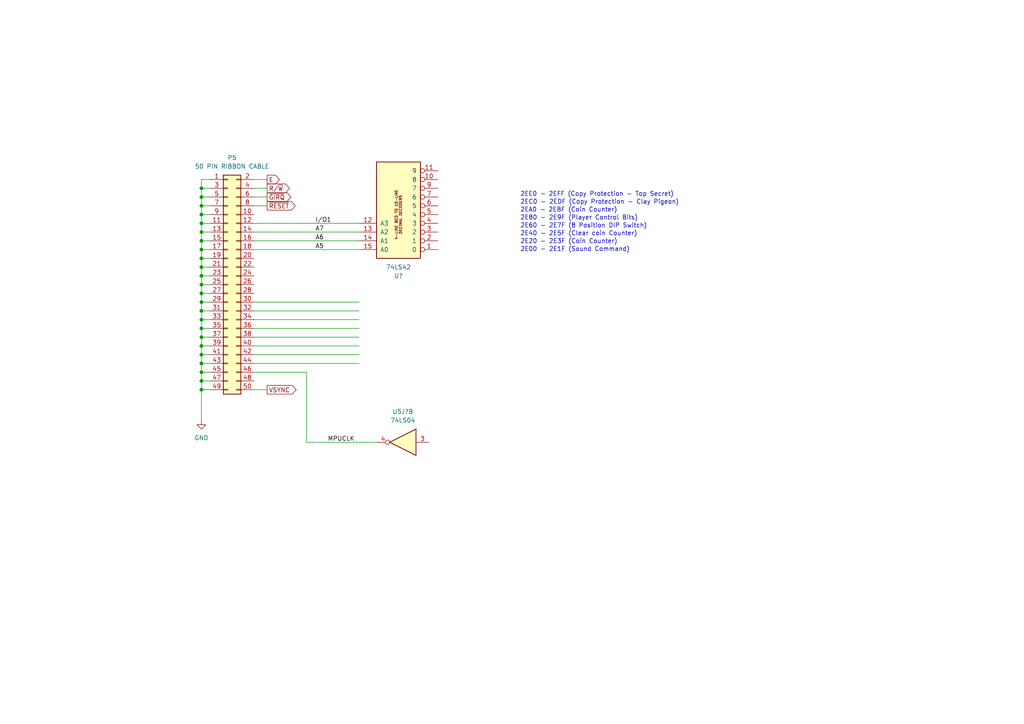
<source format=kicad_sch>
(kicad_sch (version 20231120) (generator "eeschema") (generator_version "8.0")
  (paper "A4")
  (title_block (title "Exidy 440") (company "Exidy") (comment 1 "Anton Gale"))
  (lib_symbols
    (symbol "Connector_Generic:Conn_02x25_Odd_Even" (pin_names (offset 1.016) hide)
      (property "Reference" "J" (at 1.27 33.02 0))
      (property "Value" "Conn_02x25_Odd_Even" (at 1.27 -33.02 0))
      (symbol "Conn_02x25_Odd_Even_1_1"
        (rectangle (start -1.27 -30.353) (end 0 -30.607) (stroke (width 0.1524)))
        (rectangle (start -1.27 -27.813) (end 0 -28.067) (stroke (width 0.1524)))
        (rectangle (start -1.27 -25.273) (end 0 -25.527) (stroke (width 0.1524)))
        (rectangle (start -1.27 -22.733) (end 0 -22.987) (stroke (width 0.1524)))
        (rectangle (start -1.27 -20.193) (end 0 -20.447) (stroke (width 0.1524)))
        (rectangle (start -1.27 -17.653) (end 0 -17.907) (stroke (width 0.1524)))
        (rectangle (start -1.27 -15.113) (end 0 -15.367) (stroke (width 0.1524)))
        (rectangle (start -1.27 -12.573) (end 0 -12.827) (stroke (width 0.1524)))
        (rectangle (start -1.27 -10.033) (end 0 -10.287) (stroke (width 0.1524)))
        (rectangle (start -1.27 -7.493) (end 0 -7.747) (stroke (width 0.1524)))
        (rectangle (start -1.27 -4.953) (end 0 -5.207) (stroke (width 0.1524)))
        (rectangle (start -1.27 -2.413) (end 0 -2.667) (stroke (width 0.1524)))
        (rectangle (start -1.27 0.127) (end 0 -0.127) (stroke (width 0.1524)))
        (rectangle (start -1.27 2.667) (end 0 2.413) (stroke (width 0.1524)))
        (rectangle (start -1.27 5.207) (end 0 4.953) (stroke (width 0.1524)))
        (rectangle (start -1.27 7.747) (end 0 7.493) (stroke (width 0.1524)))
        (rectangle (start -1.27 10.287) (end 0 10.033) (stroke (width 0.1524)))
        (rectangle (start -1.27 12.827) (end 0 12.573) (stroke (width 0.1524)))
        (rectangle (start -1.27 15.367) (end 0 15.113) (stroke (width 0.1524)))
        (rectangle (start -1.27 17.907) (end 0 17.653) (stroke (width 0.1524)))
        (rectangle (start -1.27 20.447) (end 0 20.193) (stroke (width 0.1524)))
        (rectangle (start -1.27 22.987) (end 0 22.733) (stroke (width 0.1524)))
        (rectangle (start -1.27 25.527) (end 0 25.273) (stroke (width 0.1524)))
        (rectangle (start -1.27 28.067) (end 0 27.813) (stroke (width 0.1524)))
        (rectangle (start -1.27 30.607) (end 0 30.353) (stroke (width 0.1524)))
        (rectangle (start -1.27 31.75) (end 3.81 -31.75) (stroke (width 0.254)) (fill (type background)))
        (rectangle (start 3.81 -30.353) (end 2.54 -30.607) (stroke (width 0.1524)))
        (rectangle (start 3.81 -27.813) (end 2.54 -28.067) (stroke (width 0.1524)))
        (rectangle (start 3.81 -25.273) (end 2.54 -25.527) (stroke (width 0.1524)))
        (rectangle (start 3.81 -22.733) (end 2.54 -22.987) (stroke (width 0.1524)))
        (rectangle (start 3.81 -20.193) (end 2.54 -20.447) (stroke (width 0.1524)))
        (rectangle (start 3.81 -17.653) (end 2.54 -17.907) (stroke (width 0.1524)))
        (rectangle (start 3.81 -15.113) (end 2.54 -15.367) (stroke (width 0.1524)))
        (rectangle (start 3.81 -12.573) (end 2.54 -12.827) (stroke (width 0.1524)))
        (rectangle (start 3.81 -10.033) (end 2.54 -10.287) (stroke (width 0.1524)))
        (rectangle (start 3.81 -7.493) (end 2.54 -7.747) (stroke (width 0.1524)))
        (rectangle (start 3.81 -4.953) (end 2.54 -5.207) (stroke (width 0.1524)))
        (rectangle (start 3.81 -2.413) (end 2.54 -2.667) (stroke (width 0.1524)))
        (rectangle (start 3.81 0.127) (end 2.54 -0.127) (stroke (width 0.1524)))
        (rectangle (start 3.81 2.667) (end 2.54 2.413) (stroke (width 0.1524)))
        (rectangle (start 3.81 5.207) (end 2.54 4.953) (stroke (width 0.1524)))
        (rectangle (start 3.81 7.747) (end 2.54 7.493) (stroke (width 0.1524)))
        (rectangle (start 3.81 10.287) (end 2.54 10.033) (stroke (width 0.1524)))
        (rectangle (start 3.81 12.827) (end 2.54 12.573) (stroke (width 0.1524)))
        (rectangle (start 3.81 15.367) (end 2.54 15.113) (stroke (width 0.1524)))
        (rectangle (start 3.81 17.907) (end 2.54 17.653) (stroke (width 0.1524)))
        (rectangle (start 3.81 20.447) (end 2.54 20.193) (stroke (width 0.1524)))
        (rectangle (start 3.81 22.987) (end 2.54 22.733) (stroke (width 0.1524)))
        (rectangle (start 3.81 25.527) (end 2.54 25.273) (stroke (width 0.1524)))
        (rectangle (start 3.81 28.067) (end 2.54 27.813) (stroke (width 0.1524)))
        (rectangle (start 3.81 30.607) (end 2.54 30.353) (stroke (width 0.1524)))
        (pin passive line (at -5.08 30.48 0) (length 3.81) (name "Pin_1") (number "1"))
        (pin passive line (at 7.62 20.32 180) (length 3.81) (name "Pin_10") (number "10"))
        (pin passive line (at -5.08 17.78 0) (length 3.81) (name "Pin_11") (number "11"))
        (pin passive line (at 7.62 17.78 180) (length 3.81) (name "Pin_12") (number "12"))
        (pin passive line (at -5.08 15.24 0) (length 3.81) (name "Pin_13") (number "13"))
        (pin passive line (at 7.62 15.24 180) (length 3.81) (name "Pin_14") (number "14"))
        (pin passive line (at -5.08 12.7 0) (length 3.81) (name "Pin_15") (number "15"))
        (pin passive line (at 7.62 12.7 180) (length 3.81) (name "Pin_16") (number "16"))
        (pin passive line (at -5.08 10.16 0) (length 3.81) (name "Pin_17") (number "17"))
        (pin passive line (at 7.62 10.16 180) (length 3.81) (name "Pin_18") (number "18"))
        (pin passive line (at -5.08 7.62 0) (length 3.81) (name "Pin_19") (number "19"))
        (pin passive line (at 7.62 30.48 180) (length 3.81) (name "Pin_2") (number "2"))
        (pin passive line (at 7.62 7.62 180) (length 3.81) (name "Pin_20") (number "20"))
        (pin passive line (at -5.08 5.08 0) (length 3.81) (name "Pin_21") (number "21"))
        (pin passive line (at 7.62 5.08 180) (length 3.81) (name "Pin_22") (number "22"))
        (pin passive line (at -5.08 2.54 0) (length 3.81) (name "Pin_23") (number "23"))
        (pin passive line (at 7.62 2.54 180) (length 3.81) (name "Pin_24") (number "24"))
        (pin passive line (at -5.08 0 0) (length 3.81) (name "Pin_25") (number "25"))
        (pin passive line (at 7.62 0 180) (length 3.81) (name "Pin_26") (number "26"))
        (pin passive line (at -5.08 -2.54 0) (length 3.81) (name "Pin_27") (number "27"))
        (pin passive line (at 7.62 -2.54 180) (length 3.81) (name "Pin_28") (number "28"))
        (pin passive line (at -5.08 -5.08 0) (length 3.81) (name "Pin_29") (number "29"))
        (pin passive line (at -5.08 27.94 0) (length 3.81) (name "Pin_3") (number "3"))
        (pin passive line (at 7.62 -5.08 180) (length 3.81) (name "Pin_30") (number "30"))
        (pin passive line (at -5.08 -7.62 0) (length 3.81) (name "Pin_31") (number "31"))
        (pin passive line (at 7.62 -7.62 180) (length 3.81) (name "Pin_32") (number "32"))
        (pin passive line (at -5.08 -10.16 0) (length 3.81) (name "Pin_33") (number "33"))
        (pin passive line (at 7.62 -10.16 180) (length 3.81) (name "Pin_34") (number "34"))
        (pin passive line (at -5.08 -12.7 0) (length 3.81) (name "Pin_35") (number "35"))
        (pin passive line (at 7.62 -12.7 180) (length 3.81) (name "Pin_36") (number "36"))
        (pin passive line (at -5.08 -15.24 0) (length 3.81) (name "Pin_37") (number "37"))
        (pin passive line (at 7.62 -15.24 180) (length 3.81) (name "Pin_38") (number "38"))
        (pin passive line (at -5.08 -17.78 0) (length 3.81) (name "Pin_39") (number "39"))
        (pin passive line (at 7.62 27.94 180) (length 3.81) (name "Pin_4") (number "4"))
        (pin passive line (at 7.62 -17.78 180) (length 3.81) (name "Pin_40") (number "40"))
        (pin passive line (at -5.08 -20.32 0) (length 3.81) (name "Pin_41") (number "41"))
        (pin passive line (at 7.62 -20.32 180) (length 3.81) (name "Pin_42") (number "42"))
        (pin passive line (at -5.08 -22.86 0) (length 3.81) (name "Pin_43") (number "43"))
        (pin passive line (at 7.62 -22.86 180) (length 3.81) (name "Pin_44") (number "44"))
        (pin passive line (at -5.08 -25.4 0) (length 3.81) (name "Pin_45") (number "45"))
        (pin passive line (at 7.62 -25.4 180) (length 3.81) (name "Pin_46") (number "46"))
        (pin passive line (at -5.08 -27.94 0) (length 3.81) (name "Pin_47") (number "47"))
        (pin passive line (at 7.62 -27.94 180) (length 3.81) (name "Pin_48") (number "48"))
        (pin passive line (at -5.08 -30.48 0) (length 3.81) (name "Pin_49") (number "49"))
        (pin passive line (at -5.08 25.4 0) (length 3.81) (name "Pin_5") (number "5"))
        (pin passive line (at 7.62 -30.48 180) (length 3.81) (name "Pin_50") (number "50"))
        (pin passive line (at 7.62 25.4 180) (length 3.81) (name "Pin_6") (number "6"))
        (pin passive line (at -5.08 22.86 0) (length 3.81) (name "Pin_7") (number "7"))
        (pin passive line (at 7.62 22.86 180) (length 3.81) (name "Pin_8") (number "8"))
        (pin passive line (at -5.08 20.32 0) (length 3.81) (name "Pin_9") (number "9"))
      )
    )
    (symbol "jt74:74LS04" (pin_names (offset 1.016))
      (property "Reference" "U" (at -0.635 0 0))
      (property "Value" "74LS04" (at 0 -5.08 0))
      (symbol "74LS04_1_0"
        (polyline (pts (xy -3.81 3.81) (xy -3.81 -3.81) (xy 3.81 0) (xy -3.81 3.81)) (stroke (width 0.254)) (fill (type background)))
        (pin input line (at -7.62 0 0) (length 3.81) (name "~") (number "1"))
        (pin output inverted (at 7.62 0 180) (length 3.81) (name "~") (number "2"))
      )
      (symbol "74LS04_2_0"
        (polyline (pts (xy -3.81 3.81) (xy -3.81 -3.81) (xy 3.81 0) (xy -3.81 3.81)) (stroke (width 0.254)) (fill (type background)))
        (pin input line (at -7.62 0 0) (length 3.81) (name "~") (number "3"))
        (pin output inverted (at 7.62 0 180) (length 3.81) (name "~") (number "4"))
      )
      (symbol "74LS04_3_0"
        (polyline (pts (xy -3.81 3.81) (xy -3.81 -3.81) (xy 3.81 0) (xy -3.81 3.81)) (stroke (width 0.254)) (fill (type background)))
        (pin input line (at -7.62 0 0) (length 3.81) (name "~") (number "5"))
        (pin output inverted (at 7.62 0 180) (length 3.81) (name "~") (number "6"))
      )
      (symbol "74LS04_4_0"
        (polyline (pts (xy -3.81 3.81) (xy -3.81 -3.81) (xy 3.81 0) (xy -3.81 3.81)) (stroke (width 0.254)) (fill (type background)))
        (pin output inverted (at 7.62 0 180) (length 3.81) (name "~") (number "8"))
        (pin input line (at -7.62 0 0) (length 3.81) (name "~") (number "9"))
      )
      (symbol "74LS04_5_0"
        (polyline (pts (xy -3.81 3.81) (xy -3.81 -3.81) (xy 3.81 0) (xy -3.81 3.81)) (stroke (width 0.254)) (fill (type background)))
        (pin output inverted (at 7.62 0 180) (length 3.81) (name "~") (number "10"))
        (pin input line (at -7.62 0 0) (length 3.81) (name "~") (number "11"))
      )
      (symbol "74LS04_6_0"
        (polyline (pts (xy -3.81 3.81) (xy -3.81 -3.81) (xy 3.81 0) (xy -3.81 3.81)) (stroke (width 0.254)) (fill (type background)))
        (pin output inverted (at 7.62 0 180) (length 3.81) (name "~") (number "12"))
        (pin input line (at -7.62 0 0) (length 3.81) (name "~") (number "13"))
      )
      (symbol "74LS04_7_0"
        (pin power_in line (at 0 7.62 270) (length 5.08) hide (name "VCC") (number "14"))
        (pin power_in line (at 0 -7.62 90) (length 5.08) hide (name "GND") (number "7"))
      )
      (symbol "74LS04_7_1"
        (rectangle (start -5.08 7.62) (end 5.08 -7.62) (stroke (width 0.254)) (fill (type background)))
        (text "+" (at 0 6.35 0) (effects (font (size 1.27 1.27))))
      )
    )
    (symbol "jt74:74LS42" (pin_names (offset 1.016))
      (property "Reference" "U" (at 5.08 13.97 0))
      (property "Value" "74LS42" (at 0 -13.97 0))
      (symbol "74LS42_1_0"
        (pin output inverted (at 11.43 10.16 180) (length 5.08) (name "0") (number "1"))
        (pin output inverted (at 11.43 -10.16 180) (length 5.08) (name "8") (number "10"))
        (pin output inverted (at 11.43 -12.7 180) (length 5.08) (name "9") (number "11"))
        (pin input line (at -11.43 2.54 0) (length 5.08) (name "A3") (number "12"))
        (pin input line (at -11.43 5.08 0) (length 5.08) (name "A2") (number "13"))
        (pin input line (at -11.43 7.62 0) (length 5.08) (name "A1") (number "14"))
        (pin input line (at -11.43 10.16 0) (length 5.08) (name "A0") (number "15"))
        (pin power_in line (at 0 12.7 270) (length 5.08) hide (name "VCC") (number "16"))
        (pin output inverted (at 11.43 7.62 180) (length 5.08) (name "1") (number "2"))
        (pin output inverted (at 11.43 5.08 180) (length 5.08) (name "2") (number "3"))
        (pin output inverted (at 11.43 2.54 180) (length 5.08) (name "3") (number "4"))
        (pin output inverted (at 11.43 0 180) (length 5.08) (name "4") (number "5"))
        (pin output inverted (at 11.43 -2.54 180) (length 5.08) (name "5") (number "6"))
        (pin output inverted (at 11.43 -5.08 180) (length 5.08) (name "6") (number "7"))
        (pin power_in line (at 0 -15.24 90) (length 5.08) hide (name "GND") (number "8"))
        (pin output inverted (at 11.43 -7.62 180) (length 5.08) (name "7") (number "9"))
      )
      (symbol "74LS42_1_1"
        (rectangle (start -6.35 12.7) (end 6.35 -15.24) (stroke (width 0.254)) (fill (type background)))
        (text "4-LINE BCD TO 10-LINE\nDECIMAL DECODERS" (at 0 0 900) (effects (font (size 0.762 0.762))))
      )
    )
    (symbol "power:GND" (power) (pin_numbers hide) (pin_names (offset 0) hide)
      (property "Value" "GND" (at 0 -3.81 0))
      (symbol "GND_0_1"
        (polyline (pts (xy 0 0) (xy 0 -1.27) (xy 1.27 -1.27) (xy 0 -2.54) (xy -1.27 -1.27) (xy 0 -1.27)))
      )
      (symbol "GND_1_1"
        (pin power_in line (at 0 0 270) (length 0) (name "~") (number "1"))
      )
    )
  )
  (junction (at 58.42 100.33))
  (junction (at 58.42 85.09))
  (junction (at 58.42 102.87))
  (junction (at 58.42 62.23))
  (junction (at 58.42 113.03))
  (junction (at 58.42 54.61))
  (junction (at 58.42 72.39))
  (junction (at 58.42 105.41))
  (junction (at 58.42 110.49))
  (junction (at 58.42 90.17))
  (junction (at 58.42 80.01))
  (junction (at 58.42 87.63))
  (junction (at 58.42 67.31))
  (junction (at 58.42 107.95))
  (junction (at 58.42 69.85))
  (junction (at 58.42 74.93))
  (junction (at 58.42 95.25))
  (junction (at 58.42 92.71))
  (junction (at 58.42 82.55))
  (junction (at 58.42 77.47))
  (junction (at 58.42 64.77))
  (junction (at 58.42 97.79))
  (junction (at 58.42 57.15))
  (junction (at 58.42 59.69))
  (wire (pts (xy 60.96 105.41) (xy 58.42 105.41)))
  (wire (pts (xy 58.42 105.41) (xy 58.42 107.95)))
  (wire (pts (xy 60.96 113.03) (xy 58.42 113.03)))
  (wire (pts (xy 58.42 110.49) (xy 58.42 113.03)))
  (wire (pts (xy 73.66 67.31) (xy 104.14 67.31)))
  (wire (pts (xy 77.47 59.69) (xy 73.66 59.69)))
  (wire (pts (xy 60.96 77.47) (xy 58.42 77.47)))
  (wire (pts (xy 58.42 97.79) (xy 58.42 100.33)))
  (wire (pts (xy 58.42 69.85) (xy 58.42 72.39)))
  (wire (pts (xy 104.14 90.17) (xy 73.66 90.17)))
  (wire (pts (xy 58.42 64.77) (xy 58.42 67.31)))
  (wire (pts (xy 58.42 80.01) (xy 58.42 82.55)))
  (wire (pts (xy 58.42 92.71) (xy 58.42 95.25)))
  (wire (pts (xy 60.96 82.55) (xy 58.42 82.55)))
  (wire (pts (xy 58.42 72.39) (xy 58.42 74.93)))
  (wire (pts (xy 60.96 107.95) (xy 58.42 107.95)))
  (wire (pts (xy 60.96 52.07) (xy 58.42 52.07)))
  (wire (pts (xy 88.9 128.27) (xy 109.22 128.27)))
  (wire (pts (xy 58.42 77.47) (xy 58.42 80.01)))
  (wire (pts (xy 60.96 67.31) (xy 58.42 67.31)))
  (wire (pts (xy 60.96 72.39) (xy 58.42 72.39)))
  (wire (pts (xy 60.96 64.77) (xy 58.42 64.77)))
  (wire (pts (xy 104.14 100.33) (xy 73.66 100.33)))
  (wire (pts (xy 104.14 92.71) (xy 73.66 92.71)))
  (wire (pts (xy 60.96 87.63) (xy 58.42 87.63)))
  (wire (pts (xy 60.96 102.87) (xy 58.42 102.87)))
  (wire (pts (xy 77.47 54.61) (xy 73.66 54.61)))
  (wire (pts (xy 60.96 59.69) (xy 58.42 59.69)))
  (wire (pts (xy 60.96 90.17) (xy 58.42 90.17)))
  (wire (pts (xy 58.42 62.23) (xy 58.42 64.77)))
  (wire (pts (xy 58.42 102.87) (xy 58.42 105.41)))
  (wire (pts (xy 58.42 100.33) (xy 58.42 102.87)))
  (wire (pts (xy 58.42 74.93) (xy 58.42 77.47)))
  (wire (pts (xy 88.9 107.95) (xy 88.9 128.27)))
  (wire (pts (xy 60.96 110.49) (xy 58.42 110.49)))
  (wire (pts (xy 60.96 54.61) (xy 58.42 54.61)))
  (wire (pts (xy 60.96 80.01) (xy 58.42 80.01)))
  (wire (pts (xy 58.42 90.17) (xy 58.42 92.71)))
  (wire (pts (xy 60.96 95.25) (xy 58.42 95.25)))
  (wire (pts (xy 58.42 54.61) (xy 58.42 57.15)))
  (wire (pts (xy 104.14 97.79) (xy 73.66 97.79)))
  (wire (pts (xy 58.42 107.95) (xy 58.42 110.49)))
  (wire (pts (xy 60.96 74.93) (xy 58.42 74.93)))
  (wire (pts (xy 58.42 67.31) (xy 58.42 69.85)))
  (wire (pts (xy 58.42 85.09) (xy 58.42 87.63)))
  (wire (pts (xy 58.42 87.63) (xy 58.42 90.17)))
  (wire (pts (xy 58.42 82.55) (xy 58.42 85.09)))
  (wire (pts (xy 60.96 85.09) (xy 58.42 85.09)))
  (wire (pts (xy 77.47 57.15) (xy 73.66 57.15)))
  (wire (pts (xy 77.47 113.03) (xy 73.66 113.03)))
  (wire (pts (xy 58.42 59.69) (xy 58.42 62.23)))
  (wire (pts (xy 60.96 92.71) (xy 58.42 92.71)))
  (wire (pts (xy 60.96 100.33) (xy 58.42 100.33)))
  (wire (pts (xy 60.96 62.23) (xy 58.42 62.23)))
  (wire (pts (xy 58.42 113.03) (xy 58.42 121.92)))
  (wire (pts (xy 58.42 95.25) (xy 58.42 97.79)))
  (wire (pts (xy 104.14 102.87) (xy 73.66 102.87)))
  (wire (pts (xy 60.96 97.79) (xy 58.42 97.79)))
  (wire (pts (xy 104.14 87.63) (xy 73.66 87.63)))
  (wire (pts (xy 73.66 107.95) (xy 88.9 107.95)))
  (wire (pts (xy 77.47 52.07) (xy 73.66 52.07)))
  (wire (pts (xy 58.42 52.07) (xy 58.42 54.61)))
  (wire (pts (xy 60.96 69.85) (xy 58.42 69.85)))
  (wire (pts (xy 73.66 72.39) (xy 104.14 72.39)))
  (wire (pts (xy 104.14 95.25) (xy 73.66 95.25)))
  (wire (pts (xy 73.66 64.77) (xy 104.14 64.77)))
  (wire (pts (xy 58.42 57.15) (xy 58.42 59.69)))
  (wire (pts (xy 104.14 105.41) (xy 73.66 105.41)))
  (wire (pts (xy 60.96 57.15) (xy 58.42 57.15)))
  (wire (pts (xy 73.66 69.85) (xy 104.14 69.85)))
  (text "2E80 - 2E9F (Player Control Bits)" (at 150.876 63.246 0) (effects (font (size 1.27 1.27)) (justify left)))
  (text "2E20 - 2E3F (Coin Counter)" (at 150.876 70.104 0) (effects (font (size 1.27 1.27)) (justify left)))
  (text "2E40 - 2E5F (Clear coin Counter)" (at 150.876 67.818 0) (effects (font (size 1.27 1.27)) (justify left)))
  (text "2EE0 - 2EFF (Copy Protection - Top Secret)" (at 150.876 56.388 0) (effects (font (size 1.27 1.27)) (justify left)))
  (text "2EA0 - 2EBF (Coin Counter)" (at 150.876 60.96 0) (effects (font (size 1.27 1.27)) (justify left)))
  (text "2EC0 - 2EDF (Copy Protection - Clay Pigeon)" (at 150.876 58.674 0) (effects (font (size 1.27 1.27)) (justify left)))
  (text "2E60 - 2E7F (8 Position DIP Switch)" (at 150.876 65.532 0) (effects (font (size 1.27 1.27)) (justify left)))
  (text "2E00 - 2E1F (Sound Command)" (at 150.876 72.39 0) (effects (font (size 1.27 1.27)) (justify left)))
  (label "MPUCLK" (at 102.87 128.27 180))
  (label "A5" (at 91.44 72.39 0))
  (label "A6" (at 91.44 69.85 0))
  (label "I{slash}O1" (at 91.44 64.77 0))
  (label "A7" (at 91.44 67.31 0))
  (global_label "E" (shape output) (at 77.47 52.07 0) (property "Intersheetrefs" "${INTERSHEET_REFS}" (at 81.6042 52.07 0) (effects (justify left))))
  (global_label "R{slash}~{W}" (shape output) (at 77.47 54.61 0) (property "Intersheetrefs" "${INTERSHEET_REFS}" (at 84.5071 54.61 0) (effects (justify left))))
  (global_label "~{GIRQ}" (shape output) (at 77.47 57.15 0) (property "Intersheetrefs" "${INTERSHEET_REFS}" (at 84.9305 57.15 0) (effects (justify left))))
  (global_label "VSYNC" (shape output) (at 77.47 113.03 0) (property "Intersheetrefs" "${INTERSHEET_REFS}" (at 86.4424 113.03 0) (effects (justify left))))
  (global_label "~{RESET}" (shape output) (at 77.47 59.69 0) (property "Intersheetrefs" "${INTERSHEET_REFS}" (at 86.2003 59.69 0) (effects (justify left))))
  (symbol (lib_id "power:GND") (at 58.42 121.92 0) (mirror y) (unit 1)
    (property "Reference" "#PWR0138" (effects (hide yes)))
    (property "Value" "GND" (at 58.42 127 0))
    (property "Description" "Power symbol creates a global label with name \"GND\" , ground" (effects (hide yes)))
  )
  (symbol (lib_id "jt74:74LS42") (at 115.57 62.23 0) (mirror x) (unit 1)
    (property "Reference" "U?" (at 115.57 80.01 0))
    (property "Value" "74LS42" (at 115.57 77.47 0))
    (property "Datasheet" "http://www.ti.com/lit/gpn/sn74LS42" (effects (hide yes)))
    (property "Description" "4 to 10 line Decoder" (effects (hide yes)))
  )
  (symbol (lib_id "jt74:74LS04") (at 116.84 128.27 0) (mirror y) (unit 2)
    (property "Reference" "U5J?" (at 116.84 119.38 0))
    (property "Value" "74LS04" (at 116.84 121.92 0))
    (property "Datasheet" "http://www.ti.com/lit/gpn/sn74LS04" (effects (hide yes)))
    (property "Description" "Hex Inverter" (effects (hide yes)))
  )
  (symbol (lib_id "Connector_Generic:Conn_02x25_Odd_Even") (at 66.04 82.55 0) (unit 1)
    (property "Reference" "P5" (at 67.31 45.72 0))
    (property "Value" "50 PIN RIBBON CABLE" (at 67.31 48.26 0))
    (property "Description" "Generic connector, double row, 02x25, odd/even pin numbering scheme (row 1 odd numbers, row 2 even numbers), script generated (kicad-library-utils/schlib/autogen/connector/)" (effects (hide yes)))
  )
)
</source>
